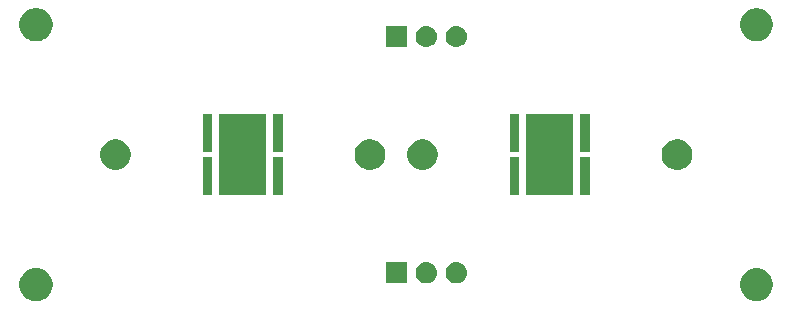
<source format=gts>
G04 #@! TF.GenerationSoftware,KiCad,Pcbnew,5.1.4-e60b266~84~ubuntu18.04.1*
G04 #@! TF.CreationDate,2019-09-11T21:53:04+05:30*
G04 #@! TF.ProjectId,SenseCam_XHP70.2_rev1,53656e73-6543-4616-9d5f-58485037302e,rev?*
G04 #@! TF.SameCoordinates,Original*
G04 #@! TF.FileFunction,Soldermask,Top*
G04 #@! TF.FilePolarity,Negative*
%FSLAX46Y46*%
G04 Gerber Fmt 4.6, Leading zero omitted, Abs format (unit mm)*
G04 Created by KiCad (PCBNEW 5.1.4-e60b266~84~ubuntu18.04.1) date 2019-09-11 21:53:04*
%MOMM*%
%LPD*%
G04 APERTURE LIST*
%ADD10C,0.100000*%
G04 APERTURE END LIST*
D10*
G36*
X73318433Y-32634893D02*
G01*
X73408657Y-32652839D01*
X73514267Y-32696585D01*
X73663621Y-32758449D01*
X73663622Y-32758450D01*
X73893086Y-32911772D01*
X74088228Y-33106914D01*
X74134807Y-33176625D01*
X74241551Y-33336379D01*
X74347161Y-33591344D01*
X74401000Y-33862012D01*
X74401000Y-34137988D01*
X74347161Y-34408656D01*
X74241551Y-34663621D01*
X74241550Y-34663622D01*
X74088228Y-34893086D01*
X73893086Y-35088228D01*
X73739763Y-35190675D01*
X73663621Y-35241551D01*
X73514267Y-35303415D01*
X73408657Y-35347161D01*
X73318433Y-35365107D01*
X73137988Y-35401000D01*
X72862012Y-35401000D01*
X72681567Y-35365107D01*
X72591343Y-35347161D01*
X72485733Y-35303415D01*
X72336379Y-35241551D01*
X72260237Y-35190675D01*
X72106914Y-35088228D01*
X71911772Y-34893086D01*
X71758450Y-34663622D01*
X71758449Y-34663621D01*
X71652839Y-34408656D01*
X71599000Y-34137988D01*
X71599000Y-33862012D01*
X71652839Y-33591344D01*
X71758449Y-33336379D01*
X71865193Y-33176625D01*
X71911772Y-33106914D01*
X72106914Y-32911772D01*
X72336378Y-32758450D01*
X72336379Y-32758449D01*
X72485733Y-32696585D01*
X72591343Y-32652839D01*
X72681567Y-32634893D01*
X72862012Y-32599000D01*
X73137988Y-32599000D01*
X73318433Y-32634893D01*
X73318433Y-32634893D01*
G37*
G36*
X12318433Y-32634893D02*
G01*
X12408657Y-32652839D01*
X12514267Y-32696585D01*
X12663621Y-32758449D01*
X12663622Y-32758450D01*
X12893086Y-32911772D01*
X13088228Y-33106914D01*
X13134807Y-33176625D01*
X13241551Y-33336379D01*
X13347161Y-33591344D01*
X13401000Y-33862012D01*
X13401000Y-34137988D01*
X13347161Y-34408656D01*
X13241551Y-34663621D01*
X13241550Y-34663622D01*
X13088228Y-34893086D01*
X12893086Y-35088228D01*
X12739763Y-35190675D01*
X12663621Y-35241551D01*
X12514267Y-35303415D01*
X12408657Y-35347161D01*
X12318433Y-35365107D01*
X12137988Y-35401000D01*
X11862012Y-35401000D01*
X11681567Y-35365107D01*
X11591343Y-35347161D01*
X11485733Y-35303415D01*
X11336379Y-35241551D01*
X11260237Y-35190675D01*
X11106914Y-35088228D01*
X10911772Y-34893086D01*
X10758450Y-34663622D01*
X10758449Y-34663621D01*
X10652839Y-34408656D01*
X10599000Y-34137988D01*
X10599000Y-33862012D01*
X10652839Y-33591344D01*
X10758449Y-33336379D01*
X10865193Y-33176625D01*
X10911772Y-33106914D01*
X11106914Y-32911772D01*
X11336378Y-32758450D01*
X11336379Y-32758449D01*
X11485733Y-32696585D01*
X11591343Y-32652839D01*
X11681567Y-32634893D01*
X11862012Y-32599000D01*
X12137988Y-32599000D01*
X12318433Y-32634893D01*
X12318433Y-32634893D01*
G37*
G36*
X43401000Y-33901000D02*
G01*
X41599000Y-33901000D01*
X41599000Y-32099000D01*
X43401000Y-32099000D01*
X43401000Y-33901000D01*
X43401000Y-33901000D01*
G37*
G36*
X47690443Y-32105519D02*
G01*
X47756627Y-32112037D01*
X47926466Y-32163557D01*
X48082991Y-32247222D01*
X48118729Y-32276552D01*
X48220186Y-32359814D01*
X48303448Y-32461271D01*
X48332778Y-32497009D01*
X48416443Y-32653534D01*
X48467963Y-32823373D01*
X48485359Y-33000000D01*
X48467963Y-33176627D01*
X48416443Y-33346466D01*
X48332778Y-33502991D01*
X48303448Y-33538729D01*
X48220186Y-33640186D01*
X48118729Y-33723448D01*
X48082991Y-33752778D01*
X47926466Y-33836443D01*
X47756627Y-33887963D01*
X47690442Y-33894482D01*
X47624260Y-33901000D01*
X47535740Y-33901000D01*
X47469558Y-33894482D01*
X47403373Y-33887963D01*
X47233534Y-33836443D01*
X47077009Y-33752778D01*
X47041271Y-33723448D01*
X46939814Y-33640186D01*
X46856552Y-33538729D01*
X46827222Y-33502991D01*
X46743557Y-33346466D01*
X46692037Y-33176627D01*
X46674641Y-33000000D01*
X46692037Y-32823373D01*
X46743557Y-32653534D01*
X46827222Y-32497009D01*
X46856552Y-32461271D01*
X46939814Y-32359814D01*
X47041271Y-32276552D01*
X47077009Y-32247222D01*
X47233534Y-32163557D01*
X47403373Y-32112037D01*
X47469557Y-32105519D01*
X47535740Y-32099000D01*
X47624260Y-32099000D01*
X47690443Y-32105519D01*
X47690443Y-32105519D01*
G37*
G36*
X45150443Y-32105519D02*
G01*
X45216627Y-32112037D01*
X45386466Y-32163557D01*
X45542991Y-32247222D01*
X45578729Y-32276552D01*
X45680186Y-32359814D01*
X45763448Y-32461271D01*
X45792778Y-32497009D01*
X45876443Y-32653534D01*
X45927963Y-32823373D01*
X45945359Y-33000000D01*
X45927963Y-33176627D01*
X45876443Y-33346466D01*
X45792778Y-33502991D01*
X45763448Y-33538729D01*
X45680186Y-33640186D01*
X45578729Y-33723448D01*
X45542991Y-33752778D01*
X45386466Y-33836443D01*
X45216627Y-33887963D01*
X45150442Y-33894482D01*
X45084260Y-33901000D01*
X44995740Y-33901000D01*
X44929558Y-33894482D01*
X44863373Y-33887963D01*
X44693534Y-33836443D01*
X44537009Y-33752778D01*
X44501271Y-33723448D01*
X44399814Y-33640186D01*
X44316552Y-33538729D01*
X44287222Y-33502991D01*
X44203557Y-33346466D01*
X44152037Y-33176627D01*
X44134641Y-33000000D01*
X44152037Y-32823373D01*
X44203557Y-32653534D01*
X44287222Y-32497009D01*
X44316552Y-32461271D01*
X44399814Y-32359814D01*
X44501271Y-32276552D01*
X44537009Y-32247222D01*
X44693534Y-32163557D01*
X44863373Y-32112037D01*
X44929557Y-32105519D01*
X44995740Y-32099000D01*
X45084260Y-32099000D01*
X45150443Y-32105519D01*
X45150443Y-32105519D01*
G37*
G36*
X57501000Y-26431000D02*
G01*
X53499000Y-26431000D01*
X53499000Y-19569000D01*
X57501000Y-19569000D01*
X57501000Y-26431000D01*
X57501000Y-26431000D01*
G37*
G36*
X58901000Y-26431000D02*
G01*
X58099000Y-26431000D01*
X58099000Y-23199000D01*
X58901000Y-23199000D01*
X58901000Y-26431000D01*
X58901000Y-26431000D01*
G37*
G36*
X52901000Y-26431000D02*
G01*
X52099000Y-26431000D01*
X52099000Y-23199000D01*
X52901000Y-23199000D01*
X52901000Y-26431000D01*
X52901000Y-26431000D01*
G37*
G36*
X32901000Y-26431000D02*
G01*
X32099000Y-26431000D01*
X32099000Y-23199000D01*
X32901000Y-23199000D01*
X32901000Y-26431000D01*
X32901000Y-26431000D01*
G37*
G36*
X26901000Y-26431000D02*
G01*
X26099000Y-26431000D01*
X26099000Y-23199000D01*
X26901000Y-23199000D01*
X26901000Y-26431000D01*
X26901000Y-26431000D01*
G37*
G36*
X31501000Y-26431000D02*
G01*
X27499000Y-26431000D01*
X27499000Y-19569000D01*
X31501000Y-19569000D01*
X31501000Y-26431000D01*
X31501000Y-26431000D01*
G37*
G36*
X19104487Y-21748996D02*
G01*
X19341253Y-21847068D01*
X19341255Y-21847069D01*
X19554339Y-21989447D01*
X19735553Y-22170661D01*
X19877932Y-22383747D01*
X19976004Y-22620513D01*
X20026000Y-22871861D01*
X20026000Y-23128139D01*
X19976004Y-23379487D01*
X19877932Y-23616253D01*
X19877931Y-23616255D01*
X19735553Y-23829339D01*
X19554339Y-24010553D01*
X19341255Y-24152931D01*
X19341254Y-24152932D01*
X19341253Y-24152932D01*
X19104487Y-24251004D01*
X18853139Y-24301000D01*
X18596861Y-24301000D01*
X18345513Y-24251004D01*
X18108747Y-24152932D01*
X18108746Y-24152932D01*
X18108745Y-24152931D01*
X17895661Y-24010553D01*
X17714447Y-23829339D01*
X17572069Y-23616255D01*
X17572068Y-23616253D01*
X17473996Y-23379487D01*
X17424000Y-23128139D01*
X17424000Y-22871861D01*
X17473996Y-22620513D01*
X17572068Y-22383747D01*
X17714447Y-22170661D01*
X17895661Y-21989447D01*
X18108745Y-21847069D01*
X18108747Y-21847068D01*
X18345513Y-21748996D01*
X18596861Y-21699000D01*
X18853139Y-21699000D01*
X19104487Y-21748996D01*
X19104487Y-21748996D01*
G37*
G36*
X45104487Y-21748996D02*
G01*
X45341253Y-21847068D01*
X45341255Y-21847069D01*
X45554339Y-21989447D01*
X45735553Y-22170661D01*
X45877932Y-22383747D01*
X45976004Y-22620513D01*
X46026000Y-22871861D01*
X46026000Y-23128139D01*
X45976004Y-23379487D01*
X45877932Y-23616253D01*
X45877931Y-23616255D01*
X45735553Y-23829339D01*
X45554339Y-24010553D01*
X45341255Y-24152931D01*
X45341254Y-24152932D01*
X45341253Y-24152932D01*
X45104487Y-24251004D01*
X44853139Y-24301000D01*
X44596861Y-24301000D01*
X44345513Y-24251004D01*
X44108747Y-24152932D01*
X44108746Y-24152932D01*
X44108745Y-24152931D01*
X43895661Y-24010553D01*
X43714447Y-23829339D01*
X43572069Y-23616255D01*
X43572068Y-23616253D01*
X43473996Y-23379487D01*
X43424000Y-23128139D01*
X43424000Y-22871861D01*
X43473996Y-22620513D01*
X43572068Y-22383747D01*
X43714447Y-22170661D01*
X43895661Y-21989447D01*
X44108745Y-21847069D01*
X44108747Y-21847068D01*
X44345513Y-21748996D01*
X44596861Y-21699000D01*
X44853139Y-21699000D01*
X45104487Y-21748996D01*
X45104487Y-21748996D01*
G37*
G36*
X40654487Y-21748996D02*
G01*
X40891253Y-21847068D01*
X40891255Y-21847069D01*
X41104339Y-21989447D01*
X41285553Y-22170661D01*
X41427932Y-22383747D01*
X41526004Y-22620513D01*
X41576000Y-22871861D01*
X41576000Y-23128139D01*
X41526004Y-23379487D01*
X41427932Y-23616253D01*
X41427931Y-23616255D01*
X41285553Y-23829339D01*
X41104339Y-24010553D01*
X40891255Y-24152931D01*
X40891254Y-24152932D01*
X40891253Y-24152932D01*
X40654487Y-24251004D01*
X40403139Y-24301000D01*
X40146861Y-24301000D01*
X39895513Y-24251004D01*
X39658747Y-24152932D01*
X39658746Y-24152932D01*
X39658745Y-24152931D01*
X39445661Y-24010553D01*
X39264447Y-23829339D01*
X39122069Y-23616255D01*
X39122068Y-23616253D01*
X39023996Y-23379487D01*
X38974000Y-23128139D01*
X38974000Y-22871861D01*
X39023996Y-22620513D01*
X39122068Y-22383747D01*
X39264447Y-22170661D01*
X39445661Y-21989447D01*
X39658745Y-21847069D01*
X39658747Y-21847068D01*
X39895513Y-21748996D01*
X40146861Y-21699000D01*
X40403139Y-21699000D01*
X40654487Y-21748996D01*
X40654487Y-21748996D01*
G37*
G36*
X66654487Y-21748996D02*
G01*
X66891253Y-21847068D01*
X66891255Y-21847069D01*
X67104339Y-21989447D01*
X67285553Y-22170661D01*
X67427932Y-22383747D01*
X67526004Y-22620513D01*
X67576000Y-22871861D01*
X67576000Y-23128139D01*
X67526004Y-23379487D01*
X67427932Y-23616253D01*
X67427931Y-23616255D01*
X67285553Y-23829339D01*
X67104339Y-24010553D01*
X66891255Y-24152931D01*
X66891254Y-24152932D01*
X66891253Y-24152932D01*
X66654487Y-24251004D01*
X66403139Y-24301000D01*
X66146861Y-24301000D01*
X65895513Y-24251004D01*
X65658747Y-24152932D01*
X65658746Y-24152932D01*
X65658745Y-24152931D01*
X65445661Y-24010553D01*
X65264447Y-23829339D01*
X65122069Y-23616255D01*
X65122068Y-23616253D01*
X65023996Y-23379487D01*
X64974000Y-23128139D01*
X64974000Y-22871861D01*
X65023996Y-22620513D01*
X65122068Y-22383747D01*
X65264447Y-22170661D01*
X65445661Y-21989447D01*
X65658745Y-21847069D01*
X65658747Y-21847068D01*
X65895513Y-21748996D01*
X66146861Y-21699000D01*
X66403139Y-21699000D01*
X66654487Y-21748996D01*
X66654487Y-21748996D01*
G37*
G36*
X58901000Y-22801000D02*
G01*
X58099000Y-22801000D01*
X58099000Y-19569000D01*
X58901000Y-19569000D01*
X58901000Y-22801000D01*
X58901000Y-22801000D01*
G37*
G36*
X32901000Y-22801000D02*
G01*
X32099000Y-22801000D01*
X32099000Y-19569000D01*
X32901000Y-19569000D01*
X32901000Y-22801000D01*
X32901000Y-22801000D01*
G37*
G36*
X52901000Y-22801000D02*
G01*
X52099000Y-22801000D01*
X52099000Y-19569000D01*
X52901000Y-19569000D01*
X52901000Y-22801000D01*
X52901000Y-22801000D01*
G37*
G36*
X26901000Y-22801000D02*
G01*
X26099000Y-22801000D01*
X26099000Y-19569000D01*
X26901000Y-19569000D01*
X26901000Y-22801000D01*
X26901000Y-22801000D01*
G37*
G36*
X43401000Y-13901000D02*
G01*
X41599000Y-13901000D01*
X41599000Y-12099000D01*
X43401000Y-12099000D01*
X43401000Y-13901000D01*
X43401000Y-13901000D01*
G37*
G36*
X45150443Y-12105519D02*
G01*
X45216627Y-12112037D01*
X45386466Y-12163557D01*
X45542991Y-12247222D01*
X45578729Y-12276552D01*
X45680186Y-12359814D01*
X45763448Y-12461271D01*
X45792778Y-12497009D01*
X45876443Y-12653534D01*
X45927963Y-12823373D01*
X45945359Y-13000000D01*
X45927963Y-13176627D01*
X45876443Y-13346466D01*
X45792778Y-13502991D01*
X45763448Y-13538729D01*
X45680186Y-13640186D01*
X45578729Y-13723448D01*
X45542991Y-13752778D01*
X45386466Y-13836443D01*
X45216627Y-13887963D01*
X45150443Y-13894481D01*
X45084260Y-13901000D01*
X44995740Y-13901000D01*
X44929557Y-13894481D01*
X44863373Y-13887963D01*
X44693534Y-13836443D01*
X44537009Y-13752778D01*
X44501271Y-13723448D01*
X44399814Y-13640186D01*
X44316552Y-13538729D01*
X44287222Y-13502991D01*
X44203557Y-13346466D01*
X44152037Y-13176627D01*
X44134641Y-13000000D01*
X44152037Y-12823373D01*
X44203557Y-12653534D01*
X44287222Y-12497009D01*
X44316552Y-12461271D01*
X44399814Y-12359814D01*
X44501271Y-12276552D01*
X44537009Y-12247222D01*
X44693534Y-12163557D01*
X44863373Y-12112037D01*
X44929557Y-12105519D01*
X44995740Y-12099000D01*
X45084260Y-12099000D01*
X45150443Y-12105519D01*
X45150443Y-12105519D01*
G37*
G36*
X47690443Y-12105519D02*
G01*
X47756627Y-12112037D01*
X47926466Y-12163557D01*
X48082991Y-12247222D01*
X48118729Y-12276552D01*
X48220186Y-12359814D01*
X48303448Y-12461271D01*
X48332778Y-12497009D01*
X48416443Y-12653534D01*
X48467963Y-12823373D01*
X48485359Y-13000000D01*
X48467963Y-13176627D01*
X48416443Y-13346466D01*
X48332778Y-13502991D01*
X48303448Y-13538729D01*
X48220186Y-13640186D01*
X48118729Y-13723448D01*
X48082991Y-13752778D01*
X47926466Y-13836443D01*
X47756627Y-13887963D01*
X47690443Y-13894481D01*
X47624260Y-13901000D01*
X47535740Y-13901000D01*
X47469557Y-13894481D01*
X47403373Y-13887963D01*
X47233534Y-13836443D01*
X47077009Y-13752778D01*
X47041271Y-13723448D01*
X46939814Y-13640186D01*
X46856552Y-13538729D01*
X46827222Y-13502991D01*
X46743557Y-13346466D01*
X46692037Y-13176627D01*
X46674641Y-13000000D01*
X46692037Y-12823373D01*
X46743557Y-12653534D01*
X46827222Y-12497009D01*
X46856552Y-12461271D01*
X46939814Y-12359814D01*
X47041271Y-12276552D01*
X47077009Y-12247222D01*
X47233534Y-12163557D01*
X47403373Y-12112037D01*
X47469557Y-12105519D01*
X47535740Y-12099000D01*
X47624260Y-12099000D01*
X47690443Y-12105519D01*
X47690443Y-12105519D01*
G37*
G36*
X12318433Y-10634893D02*
G01*
X12408657Y-10652839D01*
X12514267Y-10696585D01*
X12663621Y-10758449D01*
X12663622Y-10758450D01*
X12893086Y-10911772D01*
X13088228Y-11106914D01*
X13190675Y-11260237D01*
X13241551Y-11336379D01*
X13347161Y-11591344D01*
X13401000Y-11862012D01*
X13401000Y-12137988D01*
X13347161Y-12408656D01*
X13241551Y-12663621D01*
X13241550Y-12663622D01*
X13088228Y-12893086D01*
X12893086Y-13088228D01*
X12760790Y-13176625D01*
X12663621Y-13241551D01*
X12514267Y-13303415D01*
X12408657Y-13347161D01*
X12318433Y-13365107D01*
X12137988Y-13401000D01*
X11862012Y-13401000D01*
X11681567Y-13365107D01*
X11591343Y-13347161D01*
X11485733Y-13303415D01*
X11336379Y-13241551D01*
X11239210Y-13176625D01*
X11106914Y-13088228D01*
X10911772Y-12893086D01*
X10758450Y-12663622D01*
X10758449Y-12663621D01*
X10652839Y-12408656D01*
X10599000Y-12137988D01*
X10599000Y-11862012D01*
X10652839Y-11591344D01*
X10758449Y-11336379D01*
X10809325Y-11260237D01*
X10911772Y-11106914D01*
X11106914Y-10911772D01*
X11336378Y-10758450D01*
X11336379Y-10758449D01*
X11485733Y-10696585D01*
X11591343Y-10652839D01*
X11681567Y-10634893D01*
X11862012Y-10599000D01*
X12137988Y-10599000D01*
X12318433Y-10634893D01*
X12318433Y-10634893D01*
G37*
G36*
X73318433Y-10634893D02*
G01*
X73408657Y-10652839D01*
X73514267Y-10696585D01*
X73663621Y-10758449D01*
X73663622Y-10758450D01*
X73893086Y-10911772D01*
X74088228Y-11106914D01*
X74190675Y-11260237D01*
X74241551Y-11336379D01*
X74347161Y-11591344D01*
X74401000Y-11862012D01*
X74401000Y-12137988D01*
X74347161Y-12408656D01*
X74241551Y-12663621D01*
X74241550Y-12663622D01*
X74088228Y-12893086D01*
X73893086Y-13088228D01*
X73760790Y-13176625D01*
X73663621Y-13241551D01*
X73514267Y-13303415D01*
X73408657Y-13347161D01*
X73318433Y-13365107D01*
X73137988Y-13401000D01*
X72862012Y-13401000D01*
X72681567Y-13365107D01*
X72591343Y-13347161D01*
X72485733Y-13303415D01*
X72336379Y-13241551D01*
X72239210Y-13176625D01*
X72106914Y-13088228D01*
X71911772Y-12893086D01*
X71758450Y-12663622D01*
X71758449Y-12663621D01*
X71652839Y-12408656D01*
X71599000Y-12137988D01*
X71599000Y-11862012D01*
X71652839Y-11591344D01*
X71758449Y-11336379D01*
X71809325Y-11260237D01*
X71911772Y-11106914D01*
X72106914Y-10911772D01*
X72336378Y-10758450D01*
X72336379Y-10758449D01*
X72485733Y-10696585D01*
X72591343Y-10652839D01*
X72681567Y-10634893D01*
X72862012Y-10599000D01*
X73137988Y-10599000D01*
X73318433Y-10634893D01*
X73318433Y-10634893D01*
G37*
M02*

</source>
